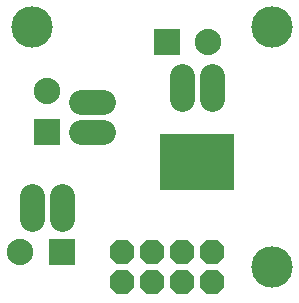
<source format=gbr>
G04 EAGLE Gerber RS-274X export*
G75*
%MOMM*%
%FSLAX34Y34*%
%LPD*%
%INSoldermask Bottom*%
%IPPOS*%
%AMOC8*
5,1,8,0,0,1.08239X$1,22.5*%
G01*
%ADD10R,6.350000X4.826000*%
%ADD11C,2.082800*%
%ADD12R,2.235200X2.235200*%
%ADD13C,2.235200*%
%ADD14P,2.254402X8X22.500000*%
%ADD15C,3.505200*%


D10*
X165100Y114300D03*
D11*
X152400Y168402D02*
X152400Y187198D01*
X177800Y187198D02*
X177800Y168402D01*
D12*
X139700Y215900D03*
D13*
X174700Y215900D03*
D14*
X101600Y38100D03*
X101600Y12700D03*
X127000Y38100D03*
X127000Y12700D03*
X152400Y38100D03*
X152400Y12700D03*
X177800Y38100D03*
X177800Y12700D03*
D11*
X50800Y66802D02*
X50800Y85598D01*
X25400Y85598D02*
X25400Y66802D01*
D12*
X50800Y38100D03*
D13*
X15800Y38100D03*
D12*
X38100Y139700D03*
D13*
X38100Y174700D03*
D11*
X66802Y139700D02*
X85598Y139700D01*
X85598Y165100D02*
X66802Y165100D01*
D15*
X25400Y228600D03*
X228600Y228600D03*
X228600Y25400D03*
M02*

</source>
